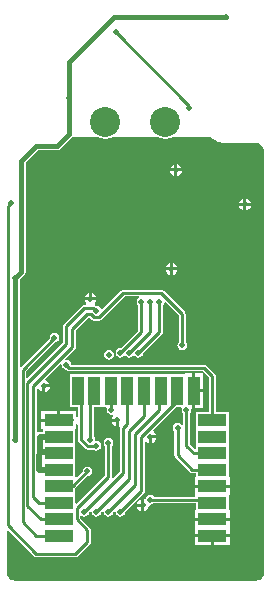
<source format=gbl>
G04 Layer_Physical_Order=2*
G04 Layer_Color=16711680*
%FSLAX25Y25*%
%MOIN*%
G70*
G01*
G75*
%ADD34C,0.01000*%
%ADD35C,0.02000*%
%ADD36C,0.01500*%
%ADD38C,0.10000*%
%ADD39C,0.02000*%
%ADD40R,0.09646X0.03937*%
%ADD41R,0.03937X0.09646*%
G36*
X120387Y174094D02*
X120369Y174000D01*
X120493Y173376D01*
X120846Y172846D01*
X121376Y172493D01*
X122000Y172369D01*
X122038Y172376D01*
X122207Y172207D01*
X122207Y172207D01*
X122571Y171964D01*
X123000Y171878D01*
X167535D01*
X169560Y169854D01*
Y158151D01*
X165258D01*
Y153139D01*
X165258Y153014D01*
Y152639D01*
X165258Y152514D01*
Y147628D01*
X165258Y147502D01*
Y147128D01*
X165258Y147002D01*
Y146035D01*
X164758Y145828D01*
X163122Y147465D01*
Y157825D01*
X163154Y157846D01*
X163507Y158376D01*
X163631Y159000D01*
X163588Y159216D01*
X163882Y159573D01*
Y165425D01*
Y171248D01*
X161413D01*
Y170848D01*
X156427D01*
X156302Y170848D01*
Y170848D01*
X155927D01*
Y170848D01*
X150790D01*
Y170848D01*
X150415D01*
Y170848D01*
X145278D01*
Y170848D01*
X144903D01*
Y170848D01*
X139891D01*
X139766Y170848D01*
X139391D01*
X139266Y170848D01*
X134379D01*
X134254Y170848D01*
X133879D01*
X133754Y170848D01*
X128743D01*
Y170848D01*
X128368D01*
Y170848D01*
X123231D01*
Y160002D01*
X125878D01*
Y156955D01*
X125378Y156728D01*
X125323Y156777D01*
Y158551D01*
X120000D01*
Y155583D01*
X119500D01*
Y155083D01*
X113677D01*
Y152614D01*
X114077D01*
Y151702D01*
X113071D01*
X112522Y151593D01*
X112022Y151809D01*
Y166024D01*
X112135Y166108D01*
X112192Y166121D01*
X112785Y165967D01*
X113058Y165558D01*
X113720Y165116D01*
X114000Y165060D01*
Y167000D01*
X114500D01*
Y167500D01*
X116440D01*
X116384Y167780D01*
X115942Y168442D01*
X115280Y168884D01*
X115125Y168915D01*
X114980Y169393D01*
X119927Y174340D01*
X120387Y174094D01*
D02*
G37*
G36*
X135469Y159502D02*
X135369Y159000D01*
X135493Y158376D01*
X135846Y157846D01*
X136376Y157493D01*
X137000Y157369D01*
X137423Y157453D01*
X137618Y156982D01*
X137558Y156942D01*
X137116Y156280D01*
X137060Y156000D01*
X139000D01*
Y155500D01*
X139500D01*
Y153554D01*
X139907Y153145D01*
X139878Y153000D01*
X139878Y153000D01*
Y138465D01*
X137571Y136157D01*
X137065Y136306D01*
X137043Y136336D01*
X137122Y136731D01*
Y146825D01*
X137153Y146846D01*
X137507Y147376D01*
X137631Y148000D01*
X137507Y148624D01*
X137153Y149153D01*
X136624Y149507D01*
X136000Y149631D01*
X135376Y149507D01*
X134846Y149153D01*
X134493Y148624D01*
X134369Y148000D01*
X134493Y147376D01*
X134846Y146846D01*
X134878Y146825D01*
Y137195D01*
X125385Y127702D01*
X124923Y127893D01*
Y130467D01*
X124923Y130592D01*
Y130967D01*
X124923Y131092D01*
Y132837D01*
X128962Y136876D01*
X129000Y136869D01*
X129624Y136993D01*
X130154Y137346D01*
X130507Y137876D01*
X130631Y138500D01*
X130507Y139124D01*
X130154Y139654D01*
X129624Y140007D01*
X129000Y140131D01*
X128376Y140007D01*
X127847Y139654D01*
X127493Y139124D01*
X127369Y138500D01*
X127376Y138462D01*
X125423Y136509D01*
X124923Y136716D01*
Y141616D01*
X124923D01*
Y141991D01*
X124923D01*
Y147127D01*
X124923D01*
Y147502D01*
X124923D01*
Y152614D01*
X125323D01*
Y154223D01*
X125378Y154272D01*
X125878Y154045D01*
Y149030D01*
X125878Y149030D01*
X125964Y148601D01*
X126207Y148237D01*
X128337Y146107D01*
X128337Y146107D01*
X128701Y145864D01*
X129130Y145778D01*
X129130Y145778D01*
X130948D01*
X131376Y145493D01*
X132000Y145369D01*
X132624Y145493D01*
X133153Y145846D01*
X133507Y146376D01*
X133631Y147000D01*
X133507Y147624D01*
X133153Y148153D01*
X132624Y148507D01*
X132000Y148631D01*
X131981Y148628D01*
X131628Y148981D01*
X131631Y149000D01*
X131507Y149624D01*
X131154Y150154D01*
X131122Y150175D01*
Y160002D01*
X133754D01*
X133879Y160002D01*
X134254D01*
X134379Y160002D01*
X135190D01*
X135469Y159502D01*
D02*
G37*
G36*
X170386Y249693D02*
X170553Y249582D01*
X170695Y249440D01*
X171510Y248895D01*
X171696Y248818D01*
X171863Y248707D01*
X172768Y248331D01*
X172965Y248292D01*
X173151Y248215D01*
X174112Y248024D01*
X174263D01*
X174410Y247987D01*
X174900Y247963D01*
X174950Y247971D01*
X175000Y247961D01*
X185292D01*
X185864Y247847D01*
X186402Y247624D01*
X186887Y247300D01*
X187300Y246887D01*
X187624Y246403D01*
X187847Y245864D01*
X187961Y245292D01*
Y245000D01*
Y105000D01*
Y104708D01*
X187847Y104136D01*
X187624Y103597D01*
X187300Y103113D01*
X186887Y102700D01*
X186402Y102376D01*
X185864Y102153D01*
X185292Y102039D01*
X104708D01*
X104136Y102153D01*
X103597Y102376D01*
X103113Y102700D01*
X102700Y103113D01*
X102376Y103597D01*
X102153Y104136D01*
X102039Y104708D01*
Y118721D01*
X102501Y118913D01*
X111207Y110207D01*
X111207Y110207D01*
X111571Y109964D01*
X112000Y109878D01*
X112000Y109878D01*
X125000D01*
X125000Y109878D01*
X125429Y109964D01*
X125793Y110207D01*
X129793Y114207D01*
X129793Y114207D01*
X130036Y114571D01*
X130122Y115000D01*
Y119000D01*
X130122Y119000D01*
X130036Y119429D01*
X129793Y119793D01*
X129793Y119793D01*
X126580Y123006D01*
X126627Y123508D01*
X127044Y123714D01*
X127376Y123493D01*
X128000Y123369D01*
X128624Y123493D01*
X129154Y123846D01*
X129507Y124376D01*
X129627Y124978D01*
X129892Y125165D01*
X130138Y125080D01*
X130381Y124938D01*
X130493Y124376D01*
X130847Y123846D01*
X131376Y123493D01*
X132000Y123369D01*
X132624Y123493D01*
X133153Y123846D01*
X133507Y124376D01*
X133627Y124978D01*
X133892Y125165D01*
X134138Y125080D01*
X134381Y124938D01*
X134493Y124376D01*
X134846Y123846D01*
X135376Y123493D01*
X136000Y123369D01*
X136624Y123493D01*
X137153Y123846D01*
X137507Y124376D01*
X137627Y124978D01*
X137892Y125165D01*
X138138Y125080D01*
X138381Y124938D01*
X138493Y124376D01*
X138847Y123846D01*
X139376Y123493D01*
X140000Y123369D01*
X140624Y123493D01*
X141154Y123846D01*
X141507Y124376D01*
X141631Y125000D01*
X141624Y125038D01*
X147793Y131207D01*
X147793Y131207D01*
X148036Y131571D01*
X148122Y132000D01*
Y148380D01*
X148622Y148516D01*
X149220Y148116D01*
X149500Y148060D01*
Y150000D01*
X150000D01*
Y150500D01*
X151940D01*
X151884Y150780D01*
X151442Y151442D01*
X151018Y151725D01*
X150914Y152328D01*
X158589Y160002D01*
X160190D01*
X160469Y159502D01*
X160369Y159000D01*
X160493Y158376D01*
X160846Y157846D01*
X160878Y157825D01*
Y154139D01*
X160378Y153987D01*
X160267Y154154D01*
X159738Y154507D01*
X159114Y154631D01*
X158490Y154507D01*
X157960Y154154D01*
X157607Y153624D01*
X157482Y153000D01*
X157607Y152376D01*
X157960Y151847D01*
X157992Y151825D01*
Y143886D01*
X157992Y143886D01*
X158078Y143457D01*
X158321Y143093D01*
X163160Y138254D01*
X163524Y138011D01*
X163953Y137926D01*
X163953Y137926D01*
X165258D01*
Y136504D01*
X164858D01*
Y134035D01*
X170681D01*
X176504D01*
Y136504D01*
X176104D01*
Y141491D01*
X176104Y141616D01*
Y141991D01*
X176104Y142116D01*
Y147002D01*
X176104Y147128D01*
Y147502D01*
X176104Y147628D01*
Y152514D01*
X176104Y152639D01*
Y153014D01*
X176104Y153139D01*
Y158151D01*
X171803D01*
Y170319D01*
X171803Y170319D01*
X171717Y170748D01*
X171474Y171112D01*
X171474Y171112D01*
X168793Y173793D01*
X168429Y174036D01*
X168000Y174122D01*
X168000Y174122D01*
X123607D01*
X123507Y174624D01*
X123153Y175154D01*
X122624Y175507D01*
X122000Y175631D01*
X121906Y175613D01*
X121660Y176073D01*
X124793Y179207D01*
X124793Y179207D01*
X125036Y179571D01*
X125122Y180000D01*
X125122Y180000D01*
Y185535D01*
X129465Y189878D01*
X129566D01*
X130337Y189107D01*
X130337Y189107D01*
X130701Y188864D01*
X131130Y188778D01*
X132870D01*
X132870Y188778D01*
X133299Y188864D01*
X133663Y189107D01*
X141434Y196878D01*
X146031D01*
X146183Y196378D01*
X145846Y196153D01*
X145493Y195624D01*
X145369Y195000D01*
X145493Y194376D01*
X145846Y193846D01*
X145878Y193825D01*
Y185465D01*
X140038Y179624D01*
X140000Y179631D01*
X139376Y179507D01*
X138847Y179154D01*
X138493Y178624D01*
X138369Y178000D01*
X138493Y177376D01*
X138847Y176847D01*
X139376Y176493D01*
X140000Y176369D01*
X140624Y176493D01*
X141154Y176847D01*
X141250Y176991D01*
X141750D01*
X141847Y176847D01*
X142376Y176493D01*
X143000Y176369D01*
X143624Y176493D01*
X144153Y176847D01*
X144250Y176991D01*
X144750D01*
X144846Y176847D01*
X145376Y176493D01*
X146000Y176369D01*
X146624Y176493D01*
X147153Y176847D01*
X147507Y177376D01*
X147631Y178000D01*
X147624Y178038D01*
X153793Y184207D01*
X153793Y184207D01*
X154036Y184571D01*
X154122Y185000D01*
Y193825D01*
X154154Y193846D01*
X154507Y194376D01*
X154585Y194768D01*
X155113Y194947D01*
X159503Y190557D01*
Y181682D01*
X159471Y181661D01*
X159117Y181131D01*
X158993Y180507D01*
X159117Y179883D01*
X159471Y179354D01*
X160000Y179000D01*
X160624Y178876D01*
X161249Y179000D01*
X161778Y179354D01*
X162132Y179883D01*
X162256Y180507D01*
X162132Y181131D01*
X161778Y181661D01*
X161746Y181682D01*
Y191022D01*
X161746Y191022D01*
X161661Y191451D01*
X161417Y191815D01*
X154439Y198793D01*
X154075Y199036D01*
X153646Y199122D01*
X153646Y199122D01*
X140970D01*
X140970Y199122D01*
X140541Y199036D01*
X140177Y198793D01*
X133983Y192599D01*
X133424Y192748D01*
X133153Y193154D01*
X132624Y193507D01*
X132000Y193631D01*
X131962Y193624D01*
X131793Y193793D01*
X131495Y193992D01*
X131427Y194303D01*
X131425Y194547D01*
X131442Y194558D01*
X131884Y195220D01*
X131940Y195500D01*
X128060D01*
X128116Y195220D01*
X128516Y194622D01*
X128380Y194122D01*
X128000D01*
X128000Y194122D01*
X127571Y194036D01*
X127207Y193793D01*
X127207Y193793D01*
X121207Y187793D01*
X120964Y187429D01*
X120878Y187000D01*
X120878Y187000D01*
Y181465D01*
X108984Y169570D01*
X108522Y169761D01*
Y171935D01*
X117962Y181376D01*
X118000Y181369D01*
X118624Y181493D01*
X119153Y181846D01*
X119507Y182376D01*
X119631Y183000D01*
X119507Y183624D01*
X119153Y184153D01*
X118624Y184507D01*
X118000Y184631D01*
X117376Y184507D01*
X116847Y184153D01*
X116493Y183624D01*
X116369Y183000D01*
X116376Y182962D01*
X106876Y173463D01*
X106376Y173670D01*
Y202180D01*
X106507Y202376D01*
X106553Y202607D01*
X107973Y204027D01*
X108272Y204473D01*
X108377Y205000D01*
X108376Y205000D01*
Y241430D01*
X112570Y245623D01*
X119000D01*
X119527Y245728D01*
X119973Y246027D01*
X123947Y250000D01*
X132438D01*
X133538Y249544D01*
X135000Y249352D01*
X136462Y249544D01*
X137562Y250000D01*
X152438D01*
X153538Y249544D01*
X155000Y249352D01*
X156462Y249544D01*
X157562Y250000D01*
X170079D01*
X170386Y249693D01*
D02*
G37*
%LPC*%
G36*
X119000Y158551D02*
X113677D01*
Y156083D01*
X119000D01*
Y158551D01*
D02*
G37*
G36*
X167350Y164925D02*
X164882D01*
Y159602D01*
X167350D01*
Y164925D01*
D02*
G37*
G36*
X116440Y166500D02*
X115000D01*
Y165060D01*
X115280Y165116D01*
X115942Y165558D01*
X116384Y166220D01*
X116440Y166500D01*
D02*
G37*
G36*
X167350Y171248D02*
X164882D01*
Y165925D01*
X167350D01*
Y171248D01*
D02*
G37*
G36*
X138500Y155000D02*
X137060D01*
X137116Y154720D01*
X137558Y154058D01*
X138220Y153616D01*
X138500Y153560D01*
Y155000D01*
D02*
G37*
G36*
X151940Y149500D02*
X150500D01*
Y148060D01*
X150780Y148116D01*
X151442Y148558D01*
X151884Y149220D01*
X151940Y149500D01*
D02*
G37*
G36*
X146884Y126720D02*
X145444D01*
X145500Y126439D01*
X145942Y125778D01*
X146604Y125336D01*
X146884Y125280D01*
Y126720D01*
D02*
G37*
G36*
X176504Y122012D02*
X170681D01*
X164858D01*
Y119543D01*
Y117500D01*
X170681D01*
X176504D01*
Y119543D01*
Y122012D01*
D02*
G37*
G36*
Y116500D02*
X171181D01*
Y114032D01*
X176504D01*
Y116500D01*
D02*
G37*
G36*
X170181D02*
X164858D01*
Y114032D01*
X170181D01*
Y116500D01*
D02*
G37*
G36*
X176504Y133035D02*
X170681D01*
X164858D01*
Y130567D01*
X164858D01*
X164726Y130122D01*
X151175D01*
X151154Y130154D01*
X150624Y130507D01*
X150000Y130631D01*
X149376Y130507D01*
X148846Y130154D01*
X148493Y129624D01*
X148468Y129502D01*
X148164Y129104D01*
X147928Y129151D01*
X147884Y129159D01*
Y127220D01*
Y125280D01*
X148164Y125336D01*
X148826Y125778D01*
X149268Y126439D01*
X149376Y126983D01*
X149814Y127358D01*
X149899Y127389D01*
X150000Y127369D01*
X150624Y127493D01*
X151154Y127847D01*
X151175Y127878D01*
X165258D01*
Y125480D01*
X164858D01*
Y123012D01*
X170681D01*
X176504D01*
Y125480D01*
X176104D01*
Y130567D01*
X176504D01*
Y133035D01*
D02*
G37*
G36*
X146884Y129159D02*
X146604Y129104D01*
X145942Y128662D01*
X145500Y128000D01*
X145444Y127720D01*
X146884D01*
Y129159D01*
D02*
G37*
G36*
X136181Y179007D02*
X135557Y178883D01*
X135027Y178529D01*
X134674Y178000D01*
X134550Y177376D01*
X134674Y176751D01*
X135027Y176222D01*
X135557Y175868D01*
X136181Y175744D01*
X136805Y175868D01*
X137334Y176222D01*
X137688Y176751D01*
X137812Y177376D01*
X137688Y178000D01*
X137334Y178529D01*
X136805Y178883D01*
X136181Y179007D01*
D02*
G37*
G36*
X182000Y229440D02*
Y228000D01*
X183440D01*
X183384Y228280D01*
X182942Y228942D01*
X182280Y229384D01*
X182000Y229440D01*
D02*
G37*
G36*
X181000D02*
X180720Y229384D01*
X180058Y228942D01*
X179616Y228280D01*
X179560Y228000D01*
X181000D01*
Y229440D01*
D02*
G37*
G36*
X183440Y227000D02*
X182000D01*
Y225560D01*
X182280Y225616D01*
X182942Y226058D01*
X183384Y226720D01*
X183440Y227000D01*
D02*
G37*
G36*
X158000Y238500D02*
X156560D01*
X156616Y238220D01*
X157058Y237558D01*
X157720Y237116D01*
X158000Y237060D01*
Y238500D01*
D02*
G37*
G36*
X159000Y240940D02*
Y239500D01*
X160440D01*
X160384Y239780D01*
X159942Y240442D01*
X159280Y240884D01*
X159000Y240940D01*
D02*
G37*
G36*
X158000D02*
X157720Y240884D01*
X157058Y240442D01*
X156616Y239780D01*
X156560Y239500D01*
X158000D01*
Y240940D01*
D02*
G37*
G36*
X160440Y238500D02*
X159000D01*
Y237060D01*
X159280Y237116D01*
X159942Y237558D01*
X160384Y238220D01*
X160440Y238500D01*
D02*
G37*
G36*
X156500Y205500D02*
X155060D01*
X155116Y205220D01*
X155558Y204558D01*
X156220Y204116D01*
X156500Y204060D01*
Y205500D01*
D02*
G37*
G36*
X130500Y197940D02*
Y196500D01*
X131940D01*
X131884Y196780D01*
X131442Y197442D01*
X130780Y197884D01*
X130500Y197940D01*
D02*
G37*
G36*
X129500D02*
X129220Y197884D01*
X128558Y197442D01*
X128116Y196780D01*
X128060Y196500D01*
X129500D01*
Y197940D01*
D02*
G37*
G36*
X158940Y205500D02*
X157500D01*
Y204060D01*
X157780Y204116D01*
X158442Y204558D01*
X158884Y205220D01*
X158940Y205500D01*
D02*
G37*
G36*
X181000Y227000D02*
X179560D01*
X179616Y226720D01*
X180058Y226058D01*
X180720Y225616D01*
X181000Y225560D01*
Y227000D01*
D02*
G37*
G36*
X157500Y207940D02*
Y206500D01*
X158940D01*
X158884Y206780D01*
X158442Y207442D01*
X157780Y207884D01*
X157500Y207940D01*
D02*
G37*
G36*
X156500D02*
X156220Y207884D01*
X155558Y207442D01*
X155116Y206780D01*
X155060Y206500D01*
X156500D01*
Y207940D01*
D02*
G37*
%LPD*%
D34*
X138500Y284900D02*
X163000Y260400D01*
Y259800D02*
Y260400D01*
X169705Y129000D02*
X170681Y128024D01*
X150000Y129000D02*
X169705D01*
X162000Y147000D02*
X164441Y144559D01*
X170681D01*
X163953Y139047D02*
X170681D01*
X140000Y125000D02*
X147000Y132000D01*
X153000Y165067D02*
X153358Y165425D01*
X147000Y132000D02*
Y150000D01*
X158870Y161870D01*
X136000Y125000D02*
X145000Y134000D01*
Y151000D01*
X153000Y159000D01*
Y165067D01*
X132000Y125000D02*
X143000Y136000D01*
Y152000D01*
X147846Y156846D01*
Y165425D01*
X128000Y125000D02*
X141000Y138000D01*
Y153000D01*
X142335Y154335D01*
Y165425D01*
X170681Y155583D02*
Y170319D01*
X112000Y117000D02*
X119500D01*
X112976Y128024D02*
X119500D01*
X124000Y180000D02*
Y186000D01*
X113488Y122512D02*
X119500D01*
X122000Y181000D02*
Y187000D01*
X124000Y186000D02*
X129000Y191000D01*
X130030D01*
X131130Y189900D01*
X132870D01*
X122000Y187000D02*
X128000Y193000D01*
X131000D01*
X132000Y192000D01*
X110900Y130100D02*
X112976Y128024D01*
X109000Y127000D02*
X113488Y122512D01*
X107400Y121600D02*
X112000Y117000D01*
X129130Y146900D02*
X131900D01*
X127000Y149030D02*
X129130Y146900D01*
X127000Y149030D02*
Y164224D01*
X125799Y165425D02*
X127000Y164224D01*
X131900Y146900D02*
X132000Y147000D01*
X162000D02*
X162038Y147038D01*
X159114Y143886D02*
X163953Y139047D01*
X159114Y143886D02*
Y153000D01*
X162000Y147075D02*
X162038Y147038D01*
X162000Y147075D02*
Y159000D01*
X168000Y173000D02*
X170681Y170319D01*
X160624Y180507D02*
Y191022D01*
X153000Y185000D02*
Y195000D01*
X150000Y185000D02*
Y195000D01*
X146000Y178000D02*
X153000Y185000D01*
X143000Y178000D02*
X150000Y185000D01*
X140000Y178000D02*
X147000Y185000D01*
Y195000D01*
X132870Y189900D02*
X140970Y198000D01*
X153646D01*
X160624Y191022D01*
X130000Y149000D02*
Y164114D01*
X136000Y136731D02*
Y148000D01*
X125423Y126154D02*
X136000Y136731D01*
X125423Y122577D02*
Y126154D01*
Y122577D02*
X129000Y119000D01*
Y115000D02*
Y119000D01*
X125000Y111000D02*
X129000Y115000D01*
X112000Y111000D02*
X125000D01*
X110900Y166900D02*
X124000Y180000D01*
X110900Y130100D02*
Y166900D01*
X109000Y127000D02*
Y168000D01*
X122000Y181000D01*
X107400Y121600D02*
Y172400D01*
X118000Y183000D01*
X102500Y120500D02*
X112000Y111000D01*
X102500Y120500D02*
Y227000D01*
X103500Y228000D01*
X122000Y174000D02*
X123000Y173000D01*
X168000D01*
X137000Y159000D02*
Y165248D01*
X136823Y165425D02*
X137000Y165248D01*
X119500Y133535D02*
X124035D01*
X129000Y138500D01*
D35*
X113000Y139047D02*
Y144000D01*
Y139047D02*
X119500D01*
X113071Y145000D02*
X119059D01*
X113071D02*
Y150071D01*
X119500D01*
D36*
X138000Y290000D02*
X175300D01*
X123000Y275000D02*
X138000Y290000D01*
X112000Y247000D02*
X119000D01*
X123000Y251000D01*
Y263000D01*
Y275000D01*
X105000Y149000D02*
Y203000D01*
X107000Y205000D01*
Y242000D01*
X112000Y247000D01*
D38*
X135000Y255000D02*
D03*
X155000D02*
D03*
D39*
X138500Y284900D02*
D03*
X163000Y259800D02*
D03*
X175100Y290100D02*
D03*
X150000Y129000D02*
D03*
X123500Y155500D02*
D03*
X173000Y150000D02*
D03*
X140000Y125000D02*
D03*
X136000D02*
D03*
X132000D02*
D03*
X128000D02*
D03*
X118000Y183000D02*
D03*
X160624Y180507D02*
D03*
X132000Y192000D02*
D03*
X105000Y203000D02*
D03*
X113000Y139047D02*
D03*
X123000Y263000D02*
D03*
X130000Y149000D02*
D03*
X132000Y147000D02*
D03*
X159114Y153000D02*
D03*
X162000Y159000D02*
D03*
X140000Y178000D02*
D03*
X153000Y195000D02*
D03*
X147000D02*
D03*
X146000Y178000D02*
D03*
X143000D02*
D03*
X150000Y195000D02*
D03*
X136000Y148000D02*
D03*
X122000Y174000D02*
D03*
X105000Y149000D02*
D03*
X103500Y228000D02*
D03*
X136181Y177376D02*
D03*
X137000Y159000D02*
D03*
X129000Y138500D02*
D03*
X130000Y196000D02*
D03*
X157000Y206000D02*
D03*
X158500Y239000D02*
D03*
X147384Y127220D02*
D03*
X150000Y150000D02*
D03*
X139000Y155500D02*
D03*
X181500Y227500D02*
D03*
X114500Y167000D02*
D03*
D40*
X119500Y117000D02*
D03*
Y122512D02*
D03*
Y128024D02*
D03*
Y133535D02*
D03*
Y139047D02*
D03*
Y144559D02*
D03*
Y150071D02*
D03*
Y155583D02*
D03*
X170681D02*
D03*
Y150071D02*
D03*
Y144559D02*
D03*
Y139047D02*
D03*
Y133535D02*
D03*
Y128024D02*
D03*
Y122512D02*
D03*
Y117000D02*
D03*
D41*
X125799Y165425D02*
D03*
X131311D02*
D03*
X136823D02*
D03*
X142335D02*
D03*
X153358D02*
D03*
X158870D02*
D03*
X164382D02*
D03*
X147846D02*
D03*
M02*

</source>
